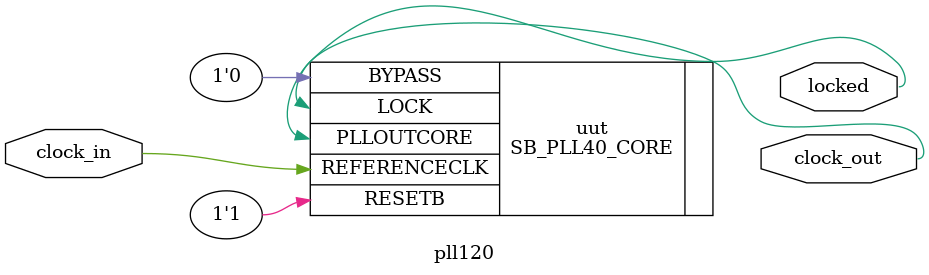
<source format=v>
/**
 * PLL configuration
 *
 * This Verilog module was generated automatically
 * using the icepll tool from the IceStorm project.
 * Use at your own risk.
 *
 * Given input frequency:        12.000 MHz
 * Requested output frequency:  120.000 MHz
 * Achieved output frequency:   120.000 MHz
 */

module pll120(
	input  clock_in,
	output clock_out,
	output locked
	);

SB_PLL40_CORE #(
		.FEEDBACK_PATH("SIMPLE"),
		.DIVR(4'b0000),		// DIVR =  0
		.DIVF(7'b1001111),	// DIVF = 79
		.DIVQ(3'b011),		// DIVQ =  3
		.FILTER_RANGE(3'b001)	// FILTER_RANGE = 1
	) uut (
		.LOCK(locked),
		.RESETB(1'b1),
		.BYPASS(1'b0),
		.REFERENCECLK(clock_in),
		.PLLOUTCORE(clock_out)
		);

endmodule

</source>
